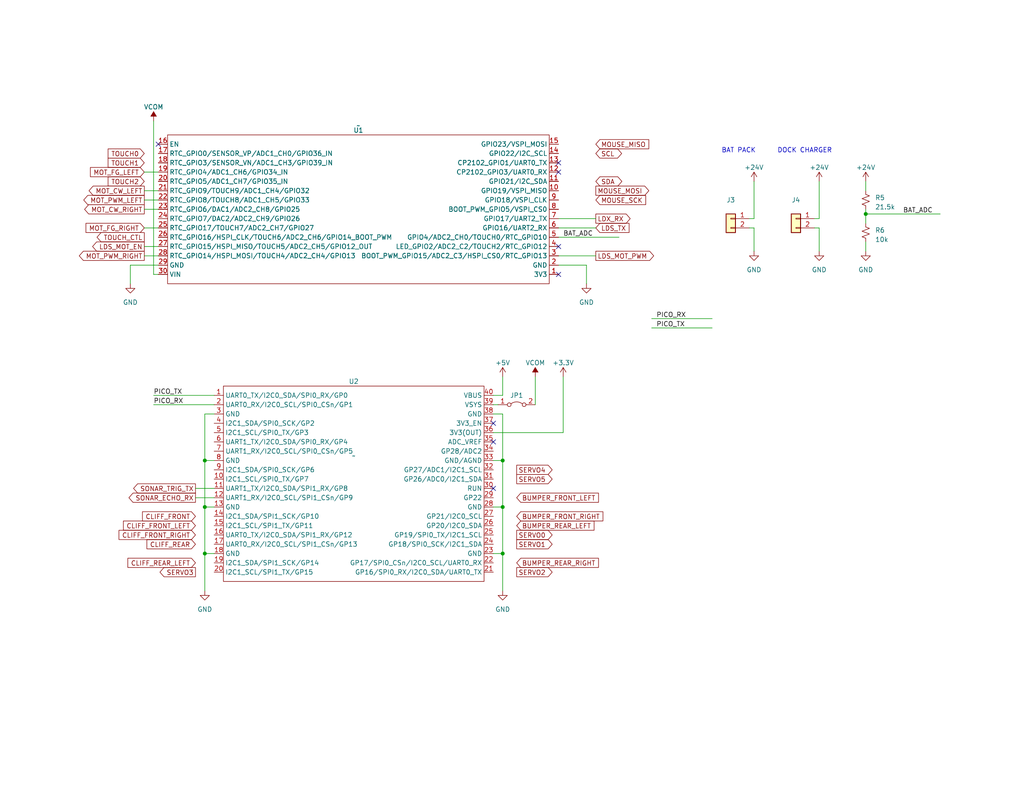
<source format=kicad_sch>
(kicad_sch (version 20230121) (generator eeschema)
  (paper "USLetter")
  (title_block (title "Kaia v2"))
  (lib_symbols
    (symbol "Connector_Generic:Conn_01x02" (pin_names (offset 1.016) hide)
      (property "Reference" "J" (at 0 2.54 0))
      (property "Value" "Conn_01x02" (at 0 -5.08 0))
      (symbol "Conn_01x02_1_1"
        (rectangle (start -1.27 -2.413) (end 0 -2.667) (stroke (width 0.1524)))
        (rectangle (start -1.27 0.127) (end 0 -0.127) (stroke (width 0.1524)))
        (rectangle (start -1.27 1.27) (end 1.27 -3.81) (stroke (width 0.254)) (fill (type background)))
        (pin passive line (at -5.08 0 0) (length 3.81) (name "Pin_1") (number "1"))
        (pin passive line (at -5.08 -2.54 0) (length 3.81) (name "Pin_2") (number "2"))
      )
    )
    (symbol "Device:R_Small_US" (pin_numbers hide) (pin_names (offset 0.254) hide)
      (property "Reference" "R" (at 0.762 0.508 0))
      (property "Value" "R_Small_US" (at 0.762 -1.016 0))
      (symbol "R_Small_US_1_1"
        (polyline (pts (xy 0 0) (xy 1.016 -0.381) (xy 0 -0.762) (xy -1.016 -1.143) (xy 0 -1.524)))
        (polyline (pts (xy 0 1.524) (xy 1.016 1.143) (xy 0 0.762) (xy -1.016 0.381) (xy 0 0)))
        (pin passive line (at 0 2.54 270) (length 1.016) (name "~") (number "1"))
        (pin passive line (at 0 -2.54 90) (length 1.016) (name "~") (number "2"))
      )
    )
    (symbol "Jumper:Jumper_2_Bridged" (pin_names (offset 0) hide)
      (property "Reference" "JP" (at 0 1.905 0))
      (property "Value" "Jumper_2_Bridged" (at 0 -2.54 0))
      (symbol "Jumper_2_Bridged_0_0"
        (circle (center -2.032 0) (radius 0.508))
        (circle (center 2.032 0) (radius 0.508))
      )
      (symbol "Jumper_2_Bridged_0_1"
        (arc (start 1.524 0.254) (mid 0 0.762) (end -1.524 0.254))
      )
      (symbol "Jumper_2_Bridged_1_1"
        (pin passive line (at -5.08 0 0) (length 2.54) (name "A") (number "1"))
        (pin passive line (at 5.08 0 180) (length 2.54) (name "B") (number "2"))
      )
    )
    (symbol "Kaia_v2:ESP32-DOIT-V1"
      (property "Reference" "U" (at 0 21.59 0))
      (symbol "ESP32-DOIT-V1_0_1"
        (rectangle (start -53.34 20.32) (end 50.8 -20.32))
      )
      (symbol "ESP32-DOIT-V1_1_1"
        (pin power_out line (at 53.34 -17.78 180) (length 2.54) (name "3V3") (number "1"))
        (pin bidirectional line (at 53.34 5.08 180) (length 2.54) (name "GPIO19/VSPI_MISO") (number "10"))
        (pin bidirectional line (at 53.34 7.62 180) (length 2.54) (name "GPIO21/I2C_SDA") (number "11"))
        (pin bidirectional line (at 53.34 10.16 180) (length 2.54) (name "CP2102_GPIO3/UART0_RX") (number "12"))
        (pin bidirectional line (at 53.34 12.7 180) (length 2.54) (name "CP2102_GPIO1/UART0_TX") (number "13"))
        (pin bidirectional line (at 53.34 15.24 180) (length 2.54) (name "GPIO22/I2C_SCL") (number "14"))
        (pin bidirectional line (at 53.34 17.78 180) (length 2.54) (name "GPIO23/VSPI_MOSI") (number "15"))
        (pin bidirectional line (at -55.88 17.78 0) (length 2.54) (name "EN") (number "16"))
        (pin bidirectional line (at -55.88 15.24 0) (length 2.54) (name "RTC_GPIO0/SENSOR_VP/ADC1_CH0/GPIO36_IN") (number "17"))
        (pin bidirectional line (at -55.88 12.7 0) (length 2.54) (name "RTC_GPIO3/SENSOR_VN/ADC1_CH3/GPIO39_IN") (number "18"))
        (pin bidirectional line (at -55.88 10.16 0) (length 2.54) (name "RTC_GPIO4/ADC1_CH6/GPIO34_IN") (number "19"))
        (pin passive line (at 53.34 -15.24 180) (length 2.54) (name "GND") (number "2"))
        (pin bidirectional line (at -55.88 7.62 0) (length 2.54) (name "RTC_GPIO5/ADC1_CH7/GPIO35_IN") (number "20"))
        (pin bidirectional line (at -55.88 5.08 0) (length 2.54) (name "RTC_GPIO9/TOUCH9/ADC1_CH4/GPIO32") (number "21"))
        (pin bidirectional line (at -55.88 2.54 0) (length 2.54) (name "RTC_GPIO8/TOUCH8/ADC1_CH5/GPIO33") (number "22"))
        (pin bidirectional line (at -55.88 0 0) (length 2.54) (name "RTC_GPIO6/DAC1/ADC2_CH8/GPIO25") (number "23"))
        (pin bidirectional line (at -55.88 -2.54 0) (length 2.54) (name "RTC_GPIO7/DAC2/ADC2_CH9/GPIO26") (number "24"))
        (pin bidirectional line (at -55.88 -5.08 0) (length 2.54) (name "RTC_GPIO17/TOUCH7/ADC2_CH7/GPIO27") (number "25"))
        (pin bidirectional line (at -55.88 -7.62 0) (length 2.54) (name "RTC_GPIO16/HSPI_CLK/TOUCH6/ADC2_CH6/GPIO14_BOOT_PWM") (number "26"))
        (pin bidirectional line (at -55.88 -10.16 0) (length 2.54) (name "RTC_GPIO15/HSPI_MISO/TOUCH5/ADC2_CH5/GPIO12_OUT") (number "27"))
        (pin bidirectional line (at -55.88 -12.7 0) (length 2.54) (name "RTC_GPIO14/HSPI_MOSI/TOUCH4/ADC2_CH4/GPIO13") (number "28"))
        (pin passive line (at -55.88 -15.24 0) (length 2.54) (name "GND") (number "29"))
        (pin bidirectional line (at 53.34 -12.7 180) (length 2.54) (name "BOOT_PWM_GPIO15/ADC2_C3/HSPI_CS0/RTC_GPIO13") (number "3"))
        (pin power_in line (at -55.88 -17.78 0) (length 2.54) (name "VIN") (number "30"))
        (pin bidirectional line (at 53.34 -10.16 180) (length 2.54) (name "LED_GPIO2/ADC2_C2/TOUCH2/RTC_GPIO12") (number "4"))
        (pin bidirectional line (at 53.34 -7.62 180) (length 2.54) (name "GPIO4/ADC2_CH0/TOUCH0/RTC_GPIO10") (number "5"))
        (pin bidirectional line (at 53.34 -5.08 180) (length 2.54) (name "GPIO16/UART2_RX") (number "6"))
        (pin bidirectional line (at 53.34 -2.54 180) (length 2.54) (name "GPIO17/UART2_TX") (number "7"))
        (pin bidirectional line (at 53.34 0 180) (length 2.54) (name "BOOT_PWM_GPIO5/VSPI_CS0") (number "8"))
        (pin bidirectional line (at 53.34 2.54 180) (length 2.54) (name "GPIO18/VSPI_CLK") (number "9"))
      )
    )
    (symbol "Kaia_v2:RASPBERRY-PI-PICO"
      (property "Reference" "U" (at 0 27.94 0))
      (symbol "RASPBERRY-PI-PICO_0_1"
        (rectangle (start -35.56 26.67) (end 35.56 -26.67))
      )
      (symbol "RASPBERRY-PI-PICO_1_1"
        (pin bidirectional line (at -38.1 24.13 0) (length 2.54) (name "UART0_TX/I2C0_SDA/SPI0_RX/GP0") (number "1"))
        (pin bidirectional line (at -38.1 1.27 0) (length 2.54) (name "I2C1_SCL/SPI0_TX/GP7") (number "10"))
        (pin bidirectional line (at -38.1 -1.27 0) (length 2.54) (name "UART1_TX/I2C0_SDA/SPI1_RX/GP8") (number "11"))
        (pin bidirectional line (at -38.1 -3.81 0) (length 2.54) (name "UART1_RX/I2C0_SCL/SPI1_CSn/GP9") (number "12"))
        (pin passive line (at -38.1 -6.35 0) (length 2.54) (name "GND") (number "13"))
        (pin bidirectional line (at -38.1 -8.89 0) (length 2.54) (name "I2C1_SDA/SPI1_SCK/GP10") (number "14"))
        (pin bidirectional line (at -38.1 -11.43 0) (length 2.54) (name "I2C1_SCL/SPI1_TX/GP11") (number "15"))
        (pin bidirectional line (at -38.1 -13.97 0) (length 2.54) (name "UART0_TX/I2C0_SDA/SPI1_RX/GP12") (number "16"))
        (pin bidirectional line (at -38.1 -16.51 0) (length 2.54) (name "UART0_RX/I2C0_SCL/SPI1_CSn/GP13") (number "17"))
        (pin passive line (at -38.1 -19.05 0) (length 2.54) (name "GND") (number "18"))
        (pin bidirectional line (at -38.1 -21.59 0) (length 2.54) (name "I2C1_SDA/SPI1_SCK/GP14") (number "19"))
        (pin bidirectional line (at -38.1 21.59 0) (length 2.54) (name "UART0_RX/I2C0_SCL/SPI0_CSn/GP1") (number "2"))
        (pin bidirectional line (at -38.1 -24.13 0) (length 2.54) (name "I2C1_SCL/SPI1_TX/GP15") (number "20"))
        (pin bidirectional line (at 38.1 -24.13 180) (length 2.54) (name "GP16/SPI0_RX/I2C0_SDA/UART0_TX") (number "21"))
        (pin bidirectional line (at 38.1 -21.59 180) (length 2.54) (name "GP17/SPI0_CSn/I2C0_SCL/UART0_RX") (number "22"))
        (pin passive line (at 38.1 -19.05 180) (length 2.54) (name "GND") (number "23"))
        (pin passive line (at 38.1 -16.51 180) (length 2.54) (name "GP18/SPI0_SCK/I2C1_SDA") (number "24"))
        (pin bidirectional line (at 38.1 -13.97 180) (length 2.54) (name "GP19/SPI0_TX/I2C1_SCL") (number "25"))
        (pin bidirectional line (at 38.1 -11.43 180) (length 2.54) (name "GP20/I2C0_SDA") (number "26"))
        (pin bidirectional line (at 38.1 -8.89 180) (length 2.54) (name "GP21/I2C0_SCL") (number "27"))
        (pin passive line (at 38.1 -6.35 180) (length 2.54) (name "GND") (number "28"))
        (pin bidirectional line (at 38.1 -3.81 180) (length 2.54) (name "GP22") (number "29"))
        (pin passive line (at -38.1 19.05 0) (length 2.54) (name "GND") (number "3"))
        (pin input line (at 38.1 -1.27 180) (length 2.54) (name "RUN") (number "30"))
        (pin bidirectional line (at 38.1 1.27 180) (length 2.54) (name "GP26/ADC0/I2C1_SDA") (number "31"))
        (pin bidirectional line (at 38.1 3.81 180) (length 2.54) (name "GP27/ADC1/I2C1_SCL") (number "32"))
        (pin passive line (at 38.1 6.35 180) (length 2.54) (name "GND/AGND") (number "33"))
        (pin bidirectional line (at 38.1 8.89 180) (length 2.54) (name "GP28/ADC2") (number "34"))
        (pin passive line (at 38.1 11.43 180) (length 2.54) (name "ADC_VREF") (number "35"))
        (pin power_out line (at 38.1 13.97 180) (length 2.54) (name "3V3(OUT)") (number "36"))
        (pin input line (at 38.1 16.51 180) (length 2.54) (name "3V3_EN") (number "37"))
        (pin passive line (at 38.1 19.05 180) (length 2.54) (name "GND") (number "38"))
        (pin power_out line (at 38.1 21.59 180) (length 2.54) (name "VSYS") (number "39"))
        (pin bidirectional line (at -38.1 16.51 0) (length 2.54) (name "I2C1_SDA/SPI0_SCK/GP2") (number "4"))
        (pin power_out line (at 38.1 24.13 180) (length 2.54) (name "VBUS") (number "40"))
        (pin bidirectional line (at -38.1 13.97 0) (length 2.54) (name "I2C1_SCL/SPI0_TX/GP3") (number "5"))
        (pin bidirectional line (at -38.1 11.43 0) (length 2.54) (name "UART1_TX/I2C0_SDA/SPI0_RX/GP4") (number "6"))
        (pin bidirectional line (at -38.1 8.89 0) (length 2.54) (name "UART1_RX/I2C0_SCL/SPI0_CSn/GP5") (number "7"))
        (pin passive line (at -38.1 6.35 0) (length 2.54) (name "GND") (number "8"))
        (pin bidirectional line (at -38.1 3.81 0) (length 2.54) (name "I2C1_SDA/SPI0_SCK/GP6") (number "9"))
      )
    )
    (symbol "power:+24V" (power) (pin_names (offset 0))
      (property "Value" "+24V" (at 0 3.556 0))
      (symbol "+24V_0_1"
        (polyline (pts (xy -0.762 1.27) (xy 0 2.54)))
        (polyline (pts (xy 0 0) (xy 0 2.54)))
        (polyline (pts (xy 0 2.54) (xy 0.762 1.27)))
      )
      (symbol "+24V_1_1"
        (pin power_in line (at 0 0 90) (length 0) hide (name "+24V") (number "1"))
      )
    )
    (symbol "power:+3.3V" (power) (pin_names (offset 0))
      (property "Value" "+3.3V" (at 0 3.556 0))
      (symbol "+3.3V_0_1"
        (polyline (pts (xy -0.762 1.27) (xy 0 2.54)))
        (polyline (pts (xy 0 0) (xy 0 2.54)))
        (polyline (pts (xy 0 2.54) (xy 0.762 1.27)))
      )
      (symbol "+3.3V_1_1"
        (pin power_in line (at 0 0 90) (length 0) hide (name "+3.3V") (number "1"))
      )
    )
    (symbol "power:+5V" (power) (pin_names (offset 0))
      (property "Value" "+5V" (at 0 3.556 0))
      (symbol "+5V_0_1"
        (polyline (pts (xy -0.762 1.27) (xy 0 2.54)))
        (polyline (pts (xy 0 0) (xy 0 2.54)))
        (polyline (pts (xy 0 2.54) (xy 0.762 1.27)))
      )
      (symbol "+5V_1_1"
        (pin power_in line (at 0 0 90) (length 0) hide (name "+5V") (number "1"))
      )
    )
    (symbol "power:GND" (power) (pin_names (offset 0))
      (property "Value" "GND" (at 0 -3.81 0))
      (symbol "GND_0_1"
        (polyline (pts (xy 0 0) (xy 0 -1.27) (xy 1.27 -1.27) (xy 0 -2.54) (xy -1.27 -1.27) (xy 0 -1.27)))
      )
      (symbol "GND_1_1"
        (pin power_in line (at 0 0 270) (length 0) hide (name "GND") (number "1"))
      )
    )
    (symbol "power:VCOM" (power) (pin_names (offset 0))
      (property "Value" "VCOM" (at 0 3.81 0))
      (symbol "VCOM_0_1"
        (polyline (pts (xy 0 0) (xy 0 2.54)))
        (polyline (pts (xy 0.762 1.27) (xy -0.762 1.27) (xy 0 2.54) (xy 0.762 1.27)) (fill (type outline)))
      )
      (symbol "VCOM_1_1"
        (pin power_in line (at 0 0 90) (length 0) hide (name "VCOM") (number "1"))
      )
    )
  )
  (junction (at 55.88 138.43))
  (junction (at 137.16 138.43))
  (junction (at 55.88 151.13))
  (junction (at 236.22 58.42))
  (junction (at 137.16 151.13))
  (junction (at 137.16 125.73))
  (junction (at 55.88 125.73))
  (no_connect (at 134.62 120.65))
  (no_connect (at 43.18 39.37))
  (no_connect (at 152.4 46.99))
  (no_connect (at 152.4 74.93))
  (no_connect (at 152.4 44.45))
  (no_connect (at 134.62 115.57))
  (no_connect (at 152.4 67.31))
  (no_connect (at 134.62 133.35))
  (wire (pts (xy 41.91 107.95) (xy 58.42 107.95)))
  (wire (pts (xy 39.37 57.15) (xy 43.18 57.15)))
  (wire (pts (xy 236.22 49.53) (xy 236.22 52.07)))
  (wire (pts (xy 55.88 138.43) (xy 55.88 151.13)))
  (wire (pts (xy 39.37 62.23) (xy 43.18 62.23)))
  (wire (pts (xy 160.02 72.39) (xy 160.02 77.47)))
  (wire (pts (xy 222.25 62.23) (xy 223.52 62.23)))
  (wire (pts (xy 223.52 59.69) (xy 223.52 49.53)))
  (wire (pts (xy 236.22 58.42) (xy 236.22 60.96)))
  (wire (pts (xy 41.91 110.49) (xy 58.42 110.49)))
  (wire (pts (xy 236.22 66.04) (xy 236.22 68.58)))
  (wire (pts (xy 137.16 102.87) (xy 137.16 107.95)))
  (wire (pts (xy 137.16 138.43) (xy 137.16 151.13)))
  (wire (pts (xy 134.62 151.13) (xy 137.16 151.13)))
  (wire (pts (xy 204.47 59.69) (xy 205.74 59.69)))
  (wire (pts (xy 152.4 64.77) (xy 168.91 64.77)))
  (wire (pts (xy 39.37 67.31) (xy 43.18 67.31)))
  (wire (pts (xy 236.22 57.15) (xy 236.22 58.42)))
  (wire (pts (xy 204.47 62.23) (xy 205.74 62.23)))
  (wire (pts (xy 152.4 62.23) (xy 162.56 62.23)))
  (wire (pts (xy 55.88 113.03) (xy 55.88 125.73)))
  (wire (pts (xy 53.34 133.35) (xy 58.42 133.35)))
  (wire (pts (xy 55.88 125.73) (xy 55.88 138.43)))
  (wire (pts (xy 137.16 151.13) (xy 137.16 161.29)))
  (wire (pts (xy 43.18 72.39) (xy 35.56 72.39)))
  (wire (pts (xy 41.91 74.93) (xy 43.18 74.93)))
  (wire (pts (xy 134.62 110.49) (xy 135.89 110.49)))
  (wire (pts (xy 137.16 125.73) (xy 137.16 138.43)))
  (wire (pts (xy 222.25 59.69) (xy 223.52 59.69)))
  (wire (pts (xy 55.88 138.43) (xy 58.42 138.43)))
  (wire (pts (xy 134.62 113.03) (xy 137.16 113.03)))
  (wire (pts (xy 134.62 125.73) (xy 137.16 125.73)))
  (wire (pts (xy 152.4 69.85) (xy 162.56 69.85)))
  (wire (pts (xy 177.8 89.535) (xy 194.31 89.535)))
  (wire (pts (xy 236.22 58.42) (xy 256.54 58.42)))
  (wire (pts (xy 177.8 86.995) (xy 194.31 86.995)))
  (wire (pts (xy 134.62 107.95) (xy 137.16 107.95)))
  (wire (pts (xy 41.91 33.02) (xy 41.91 74.93)))
  (wire (pts (xy 134.62 118.11) (xy 153.67 118.11)))
  (wire (pts (xy 55.88 151.13) (xy 58.42 151.13)))
  (wire (pts (xy 137.16 113.03) (xy 137.16 125.73)))
  (wire (pts (xy 39.37 46.99) (xy 43.18 46.99)))
  (wire (pts (xy 205.74 62.23) (xy 205.74 68.58)))
  (wire (pts (xy 39.37 52.07) (xy 43.18 52.07)))
  (wire (pts (xy 152.4 72.39) (xy 160.02 72.39)))
  (wire (pts (xy 55.88 125.73) (xy 58.42 125.73)))
  (wire (pts (xy 152.4 59.69) (xy 162.56 59.69)))
  (wire (pts (xy 53.34 135.89) (xy 58.42 135.89)))
  (wire (pts (xy 146.05 102.87) (xy 146.05 110.49)))
  (wire (pts (xy 223.52 62.23) (xy 223.52 68.58)))
  (wire (pts (xy 134.62 138.43) (xy 137.16 138.43)))
  (wire (pts (xy 39.37 54.61) (xy 43.18 54.61)))
  (wire (pts (xy 58.42 113.03) (xy 55.88 113.03)))
  (wire (pts (xy 39.37 69.85) (xy 43.18 69.85)))
  (wire (pts (xy 205.74 59.69) (xy 205.74 49.53)))
  (wire (pts (xy 153.67 102.87) (xy 153.67 118.11)))
  (wire (pts (xy 35.56 72.39) (xy 35.56 77.47)))
  (wire (pts (xy 55.88 151.13) (xy 55.88 161.29)))
  (text "DOCK CHARGER" (at 212.09 41.91 0) (effects (font (size 1.27 1.27)) (justify left bottom)))
  (text "BAT PACK" (at 196.85 41.91 0) (effects (font (size 1.27 1.27)) (justify left bottom)))
  (label "BAT_ADC" (at 153.67 64.77 0))
  (label "PICO_TX" (at 41.91 107.95 0))
  (label "PICO_RX" (at 41.91 110.49 0))
  (label "BAT_ADC" (at 246.38 58.42 0))
  (label "PICO_TX" (at 179.07 89.535 0))
  (label "PICO_RX" (at 179.07 86.995 0))
  (global_label "LDS_TX" (shape input) (at 162.56 62.23 0) (property "Intersheetrefs" "${INTERSHEET_REFS}" (effects hide)))
  (global_label "BUMPER_FRONT_LEFT" (shape input) (at 140.97 135.89 0) (property "Intersheetrefs" "${INTERSHEET_REFS}" (effects hide)))
  (global_label "SERVO2" (shape output) (at 140.97 156.21 0) (property "Intersheetrefs" "${INTERSHEET_REFS}" (effects hide)))
  (global_label "MOT_PWM_LEFT" (shape output) (at 39.37 54.61 180) (property "Intersheetrefs" "${INTERSHEET_REFS}" (effects hide)))
  (global_label "MOT_CW_LEFT" (shape output) (at 39.37 52.07 180) (property "Intersheetrefs" "${INTERSHEET_REFS}" (effects hide)))
  (global_label "SERVO0" (shape output) (at 140.97 146.05 0) (property "Intersheetrefs" "${INTERSHEET_REFS}" (effects hide)))
  (global_label "CLIFF_FRONT_LEFT" (shape input) (at 53.34 143.51 180) (property "Intersheetrefs" "${INTERSHEET_REFS}" (effects hide)))
  (global_label "LDS_MOT_EN" (shape output) (at 39.37 67.31 180) (property "Intersheetrefs" "${INTERSHEET_REFS}" (effects hide)))
  (global_label "LDS_MOT_PWM" (shape output) (at 162.56 69.85 0) (property "Intersheetrefs" "${INTERSHEET_REFS}" (effects hide)))
  (global_label "TOUCH0" (shape input) (at 39.37 41.91 180) (property "Intersheetrefs" "${INTERSHEET_REFS}" (effects hide)))
  (global_label "TOUCH2" (shape input) (at 39.37 49.53 180) (property "Intersheetrefs" "${INTERSHEET_REFS}" (effects hide)))
  (global_label "BUMPER_REAR_LEFT" (shape input) (at 140.97 143.51 0) (property "Intersheetrefs" "${INTERSHEET_REFS}" (effects hide)))
  (global_label "MOT_FG_LEFT" (shape input) (at 39.37 46.99 180) (property "Intersheetrefs" "${INTERSHEET_REFS}" (effects hide)))
  (global_label "SCL" (shape bidirectional) (at 162.56 41.91 0) (property "Intersheetrefs" "${INTERSHEET_REFS}" (effects hide)))
  (global_label "SERVO1" (shape output) (at 140.97 148.59 0) (property "Intersheetrefs" "${INTERSHEET_REFS}" (effects hide)))
  (global_label "MOUSE_MOSI" (shape output) (at 162.56 52.07 0) (property "Intersheetrefs" "${INTERSHEET_REFS}" (effects hide)))
  (global_label "CLIFF_FRONT_RIGHT" (shape input) (at 53.34 146.05 180) (property "Intersheetrefs" "${INTERSHEET_REFS}" (effects hide)))
  (global_label "MOUSE_MISO" (shape input) (at 162.56 39.37 0) (property "Intersheetrefs" "${INTERSHEET_REFS}" (effects hide)))
  (global_label "LDX_RX" (shape output) (at 162.56 59.69 0) (property "Intersheetrefs" "${INTERSHEET_REFS}" (effects hide)))
  (global_label "MOT_FG_RIGHT" (shape input) (at 39.37 62.23 180) (property "Intersheetrefs" "${INTERSHEET_REFS}" (effects hide)))
  (global_label "BUMPER_REAR_RIGHT" (shape input) (at 140.97 153.67 0) (property "Intersheetrefs" "${INTERSHEET_REFS}" (effects hide)))
  (global_label "TOUCH1" (shape input) (at 39.37 44.45 180) (property "Intersheetrefs" "${INTERSHEET_REFS}" (effects hide)))
  (global_label "SONAR_ECHO_RX" (shape output) (at 53.34 135.89 180) (property "Intersheetrefs" "${INTERSHEET_REFS}" (effects hide)))
  (global_label "SERVO3" (shape output) (at 53.34 156.21 180) (property "Intersheetrefs" "${INTERSHEET_REFS}" (effects hide)))
  (global_label "BUMPER_FRONT_RIGHT" (shape input) (at 140.97 140.97 0) (property "Intersheetrefs" "${INTERSHEET_REFS}" (effects hide)))
  (global_label "SERVO4" (shape output) (at 140.97 128.27 0) (property "Intersheetrefs" "${INTERSHEET_REFS}" (effects hide)))
  (global_label "CLIFF_REAR" (shape input) (at 53.34 148.59 180) (property "Intersheetrefs" "${INTERSHEET_REFS}" (effects hide)))
  (global_label "CLIFF_FRONT" (shape input) (at 53.34 140.97 180) (property "Intersheetrefs" "${INTERSHEET_REFS}" (effects hide)))
  (global_label "CLIFF_REAR_LEFT" (shape input) (at 53.34 153.67 180) (property "Intersheetrefs" "${INTERSHEET_REFS}" (effects hide)))
  (global_label "MOUSE_SCK" (shape input) (at 162.56 54.61 0) (property "Intersheetrefs" "${INTERSHEET_REFS}" (effects hide)))
  (global_label "SONAR_TRIG_TX" (shape output) (at 53.34 133.35 180) (property "Intersheetrefs" "${INTERSHEET_REFS}" (effects hide)))
  (global_label "MOT_PWM_RIGHT" (shape output) (at 39.37 69.85 180) (property "Intersheetrefs" "${INTERSHEET_REFS}" (effects hide)))
  (global_label "SERVO5" (shape output) (at 140.97 130.81 0) (property "Intersheetrefs" "${INTERSHEET_REFS}" (effects hide)))
  (global_label "TOUCH_CTL" (shape output) (at 39.37 64.77 180) (property "Intersheetrefs" "${INTERSHEET_REFS}" (effects hide)))
  (global_label "MOT_CW_RIGHT" (shape output) (at 39.37 57.15 180) (property "Intersheetrefs" "${INTERSHEET_REFS}" (effects hide)))
  (global_label "SDA" (shape bidirectional) (at 162.56 49.53 0) (property "Intersheetrefs" "${INTERSHEET_REFS}" (effects hide)))
  (symbol (lib_id "Jumper:Jumper_2_Bridged") (at 140.97 110.49 0) (unit 1)
    (property "Reference" "JP1" (at 140.97 107.95 0))
    (property "Value" "Jumper_2_Bridged" (effects hide))
  )
  (symbol (lib_id "power:GND") (at 205.74 68.58 0) (unit 1)
    (property "Reference" "#PWR015" (effects hide))
    (property "Value" "GND" (at 205.74 73.66 0))
  )
  (symbol (lib_id "power:VCOM") (at 146.05 102.87 0) (unit 1)
    (property "Reference" "#PWR018" (effects hide))
    (property "Value" "VCOM" (at 146.05 99.06 0))
  )
  (symbol (lib_id "power:GND") (at 160.02 77.47 0) (unit 1)
    (property "Reference" "#PWR01" (effects hide))
    (property "Value" "GND" (at 160.02 82.55 0))
  )
  (symbol (lib_id "power:GND") (at 223.52 68.58 0) (unit 1)
    (property "Reference" "#PWR017" (effects hide))
    (property "Value" "GND" (at 223.52 73.66 0))
  )
  (symbol (lib_id "power:+5V") (at 137.16 102.87 0) (unit 1)
    (property "Reference" "#PWR05" (effects hide))
    (property "Value" "+5V" (at 137.16 99.06 0))
  )
  (symbol (lib_id "Connector_Generic:Conn_01x02") (at 199.39 59.69 0) (mirror y) (unit 1)
    (property "Reference" "J3" (at 199.39 54.61 0))
    (property "Value" "Conn_01x02" (effects hide))
  )
  (symbol (lib_id "power:GND") (at 55.88 161.29 0) (unit 1)
    (property "Reference" "#PWR03" (effects hide))
    (property "Value" "GND" (at 55.88 166.37 0))
  )
  (symbol (lib_id "power:GND") (at 236.22 68.58 0) (unit 1)
    (property "Reference" "#PWR013" (effects hide))
    (property "Value" "GND" (at 236.22 73.66 0))
  )
  (symbol (lib_id "Kaia_v2:ESP32-DOIT-V1") (at 99.06 57.15 0) (unit 1)
    (property "Reference" "U1" (at 97.79 35.56 0))
    (property "Value" "~" (at 97.79 34.29 0))
  )
  (symbol (lib_id "Device:R_Small_US") (at 236.22 63.5 180) (unit 1)
    (property "Reference" "R6" (at 238.76 62.865 0) (effects (justify right)))
    (property "Value" "10k" (at 238.76 65.405 0) (effects (justify right)))
  )
  (symbol (lib_id "power:+3.3V") (at 153.67 102.87 0) (unit 1)
    (property "Reference" "#PWR053" (effects hide))
    (property "Value" "+3.3V" (at 153.67 99.06 0))
  )
  (symbol (lib_id "power:VCOM") (at 41.91 33.02 0) (unit 1)
    (property "Reference" "#PWR019" (effects hide))
    (property "Value" "VCOM" (at 41.91 29.21 0))
  )
  (symbol (lib_id "Device:R_Small_US") (at 236.22 54.61 180) (unit 1)
    (property "Reference" "R5" (at 238.76 53.975 0) (effects (justify right)))
    (property "Value" "21.5k" (at 238.76 56.515 0) (effects (justify right)))
  )
  (symbol (lib_id "power:+24V") (at 236.22 49.53 0) (unit 1)
    (property "Reference" "#PWR012" (effects hide))
    (property "Value" "+24V" (at 236.22 45.72 0))
  )
  (symbol (lib_id "Kaia_v2:RASPBERRY-PI-PICO") (at 96.52 132.08 0) (unit 1)
    (property "Reference" "U2" (at 96.52 104.14 0))
    (property "Value" "~" (at 96.52 124.46 0))
  )
  (symbol (lib_id "power:+24V") (at 205.74 49.53 0) (unit 1)
    (property "Reference" "#PWR014" (effects hide))
    (property "Value" "+24V" (at 205.74 45.72 0))
  )
  (symbol (lib_id "Connector_Generic:Conn_01x02") (at 217.17 59.69 0) (mirror y) (unit 1)
    (property "Reference" "J4" (at 217.17 54.61 0))
    (property "Value" "Conn_01x02" (effects hide))
  )
  (symbol (lib_id "power:+24V") (at 223.52 49.53 0) (unit 1)
    (property "Reference" "#PWR016" (effects hide))
    (property "Value" "+24V" (at 223.52 45.72 0))
  )
  (symbol (lib_id "power:GND") (at 137.16 161.29 0) (unit 1)
    (property "Reference" "#PWR02" (effects hide))
    (property "Value" "GND" (at 137.16 166.37 0))
  )
  (symbol (lib_id "power:GND") (at 35.56 77.47 0) (unit 1)
    (property "Reference" "#PWR04" (effects hide))
    (property "Value" "GND" (at 35.56 82.55 0))
  )
  (sheet (at 284.48 48.26) (size 24.13 20.32) (stroke (width 0.1524))
    (property "Sheetname" "LDS" (at 284.48 47.5484 0) (effects (justify left bottom)))
    (property "Sheetfile" "lds.kicad_sch" (at 284.48 69.1646 0) (effects (justify left top)))
  )
  (sheet (at 284.48 15.24) (size 24.13 20.32) (stroke (width 0.1524))
    (property "Sheetname" "Cliff Sensors" (at 284.48 14.5284 0) (effects (justify left bottom)))
    (property "Sheetfile" "cliff_sensors.kicad_sch" (at 284.48 36.1446 0) (effects (justify left top)))
  )
  (sheet (at 284.48 78.74) (size 24.13 20.32) (stroke (width 0.1524))
    (property "Sheetname" "Servos" (at 284.48 78.0284 0) (effects (justify left bottom)))
    (property "Sheetfile" "Servos.kicad_sch" (at 284.48 99.6446 0) (effects (justify left top)))
  )
)
</source>
